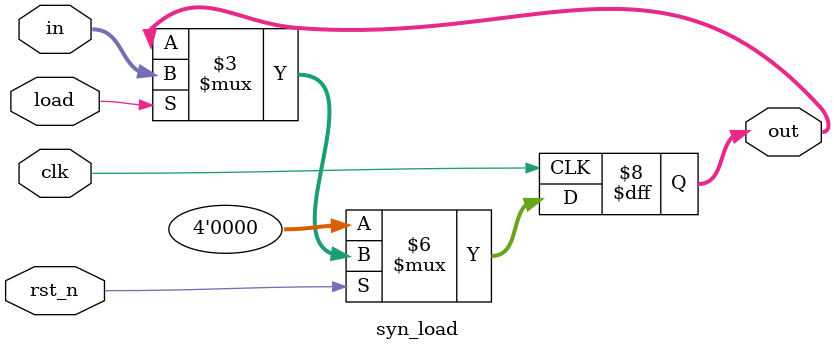
<source format=v>
module syn_load(clk, rst_n, load, in, out);

	input clk;
	input rst_n;
	input load;
	input [3:0] in;
	output [3:0] out;
	
	reg [3:0] out;
	
	always @(posedge clk) begin
		if (!rst_n) begin
			out <= 4'b0;
		end
		else if (load) begin
			out <= in;
		end
	end

endmodule

</source>
